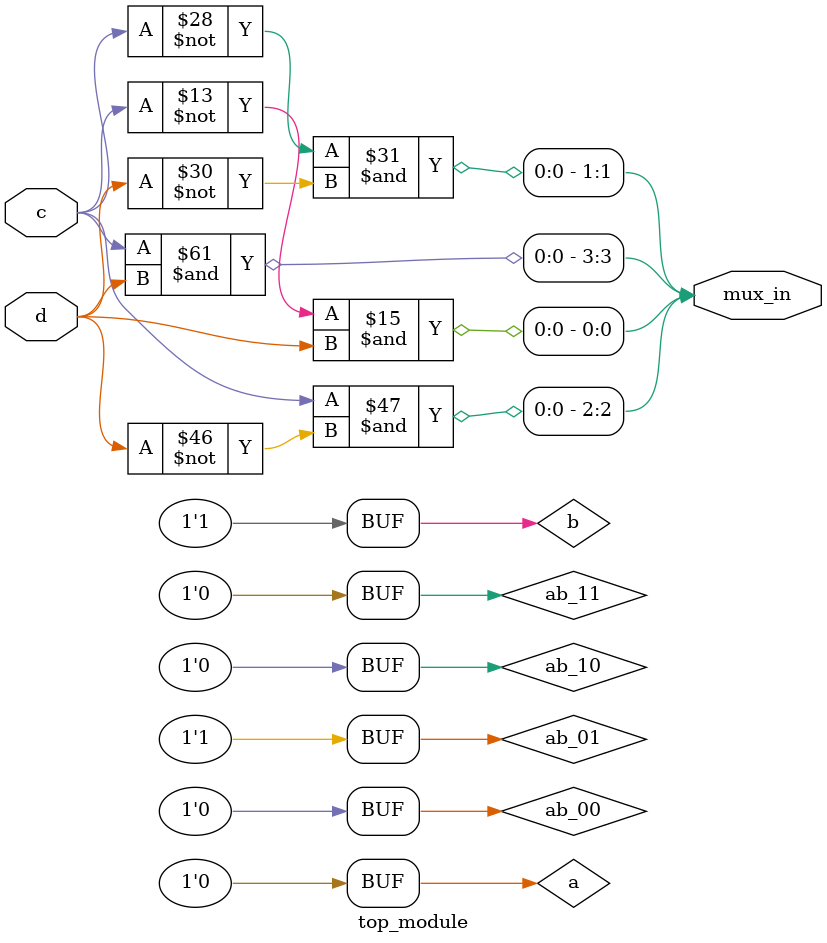
<source format=sv>
module top_module (
  input c,
  input d,
  output [3:0] mux_in
);

  wire a, b;
  wire ab_00, ab_01, ab_11, ab_10;

  assign a = 1'b0;
  assign b = 1'b1;

  assign ab_00 = ~a & ~b;
  assign ab_01 = ~a & b;
  assign ab_11 = a & b;
  assign ab_10 = a & ~b;

  assign mux_in[0] = (ab_00 & ~c & ~d) | (ab_01 & ~c & d) | (ab_11 & c & ~d) | (ab_10 & c & d);
  assign mux_in[1] = (ab_00 & ~c & ~d) | (ab_01 & ~c & ~d) | (ab_11 & c & ~d) | (ab_10 & ~c & d);
  assign mux_in[2] = (ab_00 & ~c & ~d) | (ab_01 & c & ~d) | (ab_11 & c & d) | (ab_10 & ~c & ~d);
  assign mux_in[3] = (ab_00 & ~c & d) | (ab_01 & c & d) | (ab_11 & c & d) | (ab_10 & c & ~d);

endmodule

</source>
